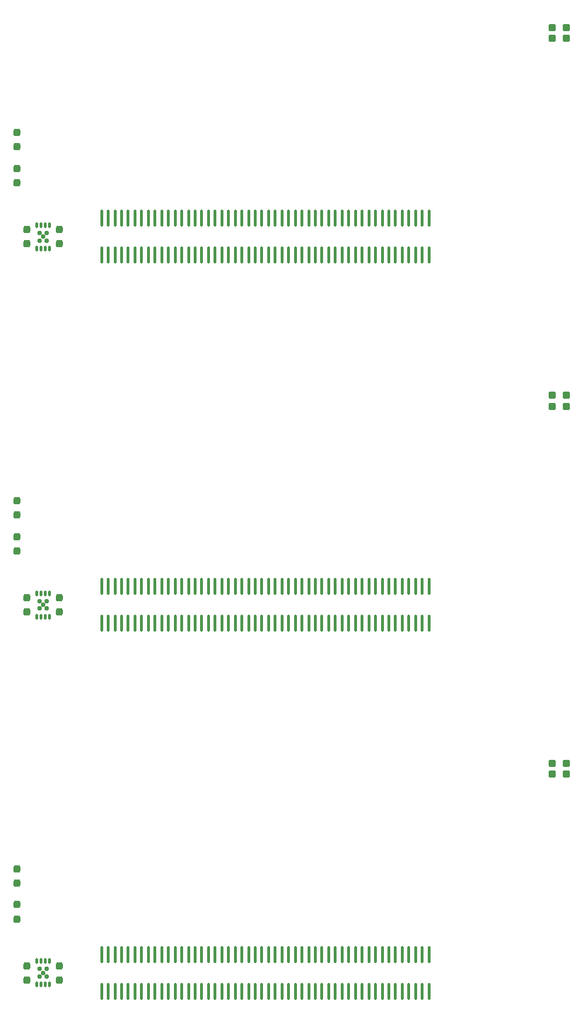
<source format=gtp>
G04 #@! TF.GenerationSoftware,KiCad,Pcbnew,8.0.6*
G04 #@! TF.CreationDate,2024-11-07T02:27:03-08:00*
G04 #@! TF.ProjectId,hvd-68-hd-panel,6876642d-3638-42d6-9864-2d70616e656c,1*
G04 #@! TF.SameCoordinates,Original*
G04 #@! TF.FileFunction,Paste,Top*
G04 #@! TF.FilePolarity,Positive*
%FSLAX46Y46*%
G04 Gerber Fmt 4.6, Leading zero omitted, Abs format (unit mm)*
G04 Created by KiCad (PCBNEW 8.0.6) date 2024-11-07 02:27:03*
%MOMM*%
%LPD*%
G01*
G04 APERTURE LIST*
G04 Aperture macros list*
%AMRoundRect*
0 Rectangle with rounded corners*
0 $1 Rounding radius*
0 $2 $3 $4 $5 $6 $7 $8 $9 X,Y pos of 4 corners*
0 Add a 4 corners polygon primitive as box body*
4,1,4,$2,$3,$4,$5,$6,$7,$8,$9,$2,$3,0*
0 Add four circle primitives for the rounded corners*
1,1,$1+$1,$2,$3*
1,1,$1+$1,$4,$5*
1,1,$1+$1,$6,$7*
1,1,$1+$1,$8,$9*
0 Add four rect primitives between the rounded corners*
20,1,$1+$1,$2,$3,$4,$5,0*
20,1,$1+$1,$4,$5,$6,$7,0*
20,1,$1+$1,$6,$7,$8,$9,0*
20,1,$1+$1,$8,$9,$2,$3,0*%
G04 Aperture macros list end*
%ADD10RoundRect,0.200000X0.250000X0.200000X-0.250000X0.200000X-0.250000X-0.200000X0.250000X-0.200000X0*%
%ADD11RoundRect,0.200000X-0.200000X0.250000X-0.200000X-0.250000X0.200000X-0.250000X0.200000X0.250000X0*%
%ADD12RoundRect,0.200000X0.200000X-0.250000X0.200000X0.250000X-0.200000X0.250000X-0.200000X-0.250000X0*%
%ADD13RoundRect,0.125000X0.125000X-0.125000X0.125000X0.125000X-0.125000X0.125000X-0.125000X-0.125000X0*%
%ADD14RoundRect,0.046875X0.103125X-0.253125X0.103125X0.253125X-0.103125X0.253125X-0.103125X-0.253125X0*%
%ADD15RoundRect,0.200000X-0.250000X-0.200000X0.250000X-0.200000X0.250000X0.200000X-0.250000X0.200000X0*%
%ADD16RoundRect,0.100000X0.100000X0.900000X-0.100000X0.900000X-0.100000X-0.900000X0.100000X-0.900000X0*%
G04 APERTURE END LIST*
D10*
G04 #@! TO.C,R4*
X-1450000Y122752000D03*
X-3150000Y122752000D03*
G04 #@! TD*
D11*
G04 #@! TO.C,R2*
X-67200000Y23452000D03*
X-67200000Y21752000D03*
G04 #@! TD*
D12*
G04 #@! TO.C,C1*
X-66050000Y10152000D03*
X-66050000Y11852000D03*
G04 #@! TD*
D13*
G04 #@! TO.C,U1*
X-64550000Y54552000D03*
X-63650000Y54552000D03*
X-64100000Y55002000D03*
X-64550000Y55452000D03*
X-63650000Y55452000D03*
D14*
X-64850001Y53602000D03*
X-64350000Y53602000D03*
X-63850000Y53602000D03*
X-63349999Y53602000D03*
X-63349999Y56402000D03*
X-63850000Y56402000D03*
X-64350000Y56402000D03*
X-64850001Y56402000D03*
G04 #@! TD*
D12*
G04 #@! TO.C,C1*
X-66050000Y54152000D03*
X-66050000Y55852000D03*
G04 #@! TD*
D11*
G04 #@! TO.C,R2*
X-67200000Y111452000D03*
X-67200000Y109752000D03*
G04 #@! TD*
D13*
G04 #@! TO.C,U1*
X-64550000Y10552000D03*
X-63650000Y10552000D03*
X-64100000Y11002000D03*
X-64550000Y11452000D03*
X-63650000Y11452000D03*
D14*
X-64850001Y9602000D03*
X-64350000Y9602000D03*
X-63850000Y9602000D03*
X-63349999Y9602000D03*
X-63349999Y12402000D03*
X-63850000Y12402000D03*
X-64350000Y12402000D03*
X-64850001Y12402000D03*
G04 #@! TD*
D12*
G04 #@! TO.C,R1*
X-62150000Y98152000D03*
X-62150000Y99852000D03*
G04 #@! TD*
G04 #@! TO.C,R1*
X-62150000Y10152000D03*
X-62150000Y11852000D03*
G04 #@! TD*
G04 #@! TO.C,R1*
X-62150000Y54152000D03*
X-62150000Y55852000D03*
G04 #@! TD*
D13*
G04 #@! TO.C,U1*
X-64550000Y98552000D03*
X-63650000Y98552000D03*
X-64100000Y99002000D03*
X-64550000Y99452000D03*
X-63650000Y99452000D03*
D14*
X-64850001Y97602000D03*
X-64350000Y97602000D03*
X-63850000Y97602000D03*
X-63349999Y97602000D03*
X-63349999Y100402000D03*
X-63850000Y100402000D03*
X-64350000Y100402000D03*
X-64850001Y100402000D03*
G04 #@! TD*
D12*
G04 #@! TO.C,R3*
X-67200000Y17452000D03*
X-67200000Y19152000D03*
G04 #@! TD*
G04 #@! TO.C,C1*
X-66050000Y98152000D03*
X-66050000Y99852000D03*
G04 #@! TD*
G04 #@! TO.C,R3*
X-67200000Y61452000D03*
X-67200000Y63152000D03*
G04 #@! TD*
D15*
G04 #@! TO.C,C2*
X-3150000Y124052000D03*
X-1450000Y124052000D03*
G04 #@! TD*
D10*
G04 #@! TO.C,R4*
X-1450000Y78752000D03*
X-3150000Y78752000D03*
G04 #@! TD*
D11*
G04 #@! TO.C,R2*
X-67200000Y67452000D03*
X-67200000Y65752000D03*
G04 #@! TD*
D15*
G04 #@! TO.C,C2*
X-3150000Y36052000D03*
X-1450000Y36052000D03*
G04 #@! TD*
D10*
G04 #@! TO.C,R4*
X-1450000Y34752000D03*
X-3150000Y34752000D03*
G04 #@! TD*
D15*
G04 #@! TO.C,C2*
X-3150000Y80052000D03*
X-1450000Y80052000D03*
G04 #@! TD*
D12*
G04 #@! TO.C,R3*
X-67200000Y105452000D03*
X-67200000Y107152000D03*
G04 #@! TD*
D16*
G04 #@! TO.C,J1*
X-57100000Y52802000D03*
X-57100000Y57202000D03*
X-56300000Y52802001D03*
X-56300000Y57201999D03*
X-55500000Y52802000D03*
X-55500000Y57202000D03*
X-54700001Y52802000D03*
X-54700001Y57202000D03*
X-53900000Y52802000D03*
X-53900000Y57202000D03*
X-53100000Y52802000D03*
X-53100000Y57202000D03*
X-52299999Y52802000D03*
X-52299999Y57202000D03*
X-51500000Y52802000D03*
X-51500000Y57202000D03*
X-50700000Y52802001D03*
X-50700000Y57201999D03*
X-49900000Y52802000D03*
X-49900000Y57202000D03*
X-49100000Y52802000D03*
X-49100000Y57202000D03*
X-48300000Y52802000D03*
X-48300000Y57202000D03*
X-47500000Y52802000D03*
X-47500000Y57202000D03*
X-46699999Y52802000D03*
X-46699999Y57202000D03*
X-45900000Y52802000D03*
X-45900000Y57202000D03*
X-45100000Y52802001D03*
X-45100000Y57201999D03*
X-44300000Y52802000D03*
X-44300000Y57202000D03*
X-43500000Y52802000D03*
X-43500000Y57202000D03*
X-42700000Y52802000D03*
X-42700000Y57202000D03*
X-41900000Y52802000D03*
X-41900000Y57202000D03*
X-41099999Y52802000D03*
X-41099999Y57202000D03*
X-40300000Y52802000D03*
X-40300000Y57202000D03*
X-39500000Y52802001D03*
X-39500000Y57201999D03*
X-38700000Y52802000D03*
X-38700000Y57202000D03*
X-37900000Y52802000D03*
X-37900000Y57202000D03*
X-37100000Y52802000D03*
X-37100000Y57202000D03*
X-36300000Y52802000D03*
X-36300000Y57202000D03*
X-35500000Y52802001D03*
X-35500000Y57201999D03*
X-34700000Y52802000D03*
X-34700000Y57202000D03*
X-33900001Y52802000D03*
X-33900001Y57202000D03*
X-33100000Y52802000D03*
X-33100000Y57202000D03*
X-32300000Y52802000D03*
X-32300000Y57202000D03*
X-31500000Y52802000D03*
X-31500000Y57202000D03*
X-30700000Y52802000D03*
X-30700000Y57202000D03*
X-29900000Y52802001D03*
X-29900000Y57201999D03*
X-29100000Y52802000D03*
X-29100000Y57202000D03*
X-28300001Y52802000D03*
X-28300001Y57202000D03*
X-27500000Y52802000D03*
X-27500000Y57202000D03*
X-26700000Y52802000D03*
X-26700000Y57202000D03*
X-25900000Y52802000D03*
X-25900000Y57202000D03*
X-25100000Y52802000D03*
X-25100000Y57202000D03*
X-24300000Y52802001D03*
X-24300000Y57201999D03*
X-23500000Y52802000D03*
X-23500000Y57202000D03*
X-22700001Y52802000D03*
X-22700001Y57202000D03*
X-21900000Y52802000D03*
X-21900000Y57202000D03*
X-21100000Y52802000D03*
X-21100000Y57202000D03*
X-20299999Y52802000D03*
X-20299999Y57202000D03*
X-19500000Y52802000D03*
X-19500000Y57202000D03*
X-18700000Y52802001D03*
X-18700000Y57201999D03*
X-17900000Y52802000D03*
X-17900000Y57202000D03*
G04 #@! TD*
G04 #@! TO.C,J1*
X-57100000Y8802000D03*
X-57100000Y13202000D03*
X-56300000Y8802001D03*
X-56300000Y13201999D03*
X-55500000Y8802000D03*
X-55500000Y13202000D03*
X-54700001Y8802000D03*
X-54700001Y13202000D03*
X-53900000Y8802000D03*
X-53900000Y13202000D03*
X-53100000Y8802000D03*
X-53100000Y13202000D03*
X-52299999Y8802000D03*
X-52299999Y13202000D03*
X-51500000Y8802000D03*
X-51500000Y13202000D03*
X-50700000Y8802001D03*
X-50700000Y13201999D03*
X-49900000Y8802000D03*
X-49900000Y13202000D03*
X-49100000Y8802000D03*
X-49100000Y13202000D03*
X-48300000Y8802000D03*
X-48300000Y13202000D03*
X-47500000Y8802000D03*
X-47500000Y13202000D03*
X-46699999Y8802000D03*
X-46699999Y13202000D03*
X-45900000Y8802000D03*
X-45900000Y13202000D03*
X-45100000Y8802001D03*
X-45100000Y13201999D03*
X-44300000Y8802000D03*
X-44300000Y13202000D03*
X-43500000Y8802000D03*
X-43500000Y13202000D03*
X-42700000Y8802000D03*
X-42700000Y13202000D03*
X-41900000Y8802000D03*
X-41900000Y13202000D03*
X-41099999Y8802000D03*
X-41099999Y13202000D03*
X-40300000Y8802000D03*
X-40300000Y13202000D03*
X-39500000Y8802001D03*
X-39500000Y13201999D03*
X-38700000Y8802000D03*
X-38700000Y13202000D03*
X-37900000Y8802000D03*
X-37900000Y13202000D03*
X-37100000Y8802000D03*
X-37100000Y13202000D03*
X-36300000Y8802000D03*
X-36300000Y13202000D03*
X-35500000Y8802001D03*
X-35500000Y13201999D03*
X-34700000Y8802000D03*
X-34700000Y13202000D03*
X-33900001Y8802000D03*
X-33900001Y13202000D03*
X-33100000Y8802000D03*
X-33100000Y13202000D03*
X-32300000Y8802000D03*
X-32300000Y13202000D03*
X-31500000Y8802000D03*
X-31500000Y13202000D03*
X-30700000Y8802000D03*
X-30700000Y13202000D03*
X-29900000Y8802001D03*
X-29900000Y13201999D03*
X-29100000Y8802000D03*
X-29100000Y13202000D03*
X-28300001Y8802000D03*
X-28300001Y13202000D03*
X-27500000Y8802000D03*
X-27500000Y13202000D03*
X-26700000Y8802000D03*
X-26700000Y13202000D03*
X-25900000Y8802000D03*
X-25900000Y13202000D03*
X-25100000Y8802000D03*
X-25100000Y13202000D03*
X-24300000Y8802001D03*
X-24300000Y13201999D03*
X-23500000Y8802000D03*
X-23500000Y13202000D03*
X-22700001Y8802000D03*
X-22700001Y13202000D03*
X-21900000Y8802000D03*
X-21900000Y13202000D03*
X-21100000Y8802000D03*
X-21100000Y13202000D03*
X-20299999Y8802000D03*
X-20299999Y13202000D03*
X-19500000Y8802000D03*
X-19500000Y13202000D03*
X-18700000Y8802001D03*
X-18700000Y13201999D03*
X-17900000Y8802000D03*
X-17900000Y13202000D03*
G04 #@! TD*
G04 #@! TO.C,J1*
X-57100000Y96802000D03*
X-57100000Y101202000D03*
X-56300000Y96802001D03*
X-56300000Y101201999D03*
X-55500000Y96802000D03*
X-55500000Y101202000D03*
X-54700001Y96802000D03*
X-54700001Y101202000D03*
X-53900000Y96802000D03*
X-53900000Y101202000D03*
X-53100000Y96802000D03*
X-53100000Y101202000D03*
X-52299999Y96802000D03*
X-52299999Y101202000D03*
X-51500000Y96802000D03*
X-51500000Y101202000D03*
X-50700000Y96802001D03*
X-50700000Y101201999D03*
X-49900000Y96802000D03*
X-49900000Y101202000D03*
X-49100000Y96802000D03*
X-49100000Y101202000D03*
X-48300000Y96802000D03*
X-48300000Y101202000D03*
X-47500000Y96802000D03*
X-47500000Y101202000D03*
X-46699999Y96802000D03*
X-46699999Y101202000D03*
X-45900000Y96802000D03*
X-45900000Y101202000D03*
X-45100000Y96802001D03*
X-45100000Y101201999D03*
X-44300000Y96802000D03*
X-44300000Y101202000D03*
X-43500000Y96802000D03*
X-43500000Y101202000D03*
X-42700000Y96802000D03*
X-42700000Y101202000D03*
X-41900000Y96802000D03*
X-41900000Y101202000D03*
X-41099999Y96802000D03*
X-41099999Y101202000D03*
X-40300000Y96802000D03*
X-40300000Y101202000D03*
X-39500000Y96802001D03*
X-39500000Y101201999D03*
X-38700000Y96802000D03*
X-38700000Y101202000D03*
X-37900000Y96802000D03*
X-37900000Y101202000D03*
X-37100000Y96802000D03*
X-37100000Y101202000D03*
X-36300000Y96802000D03*
X-36300000Y101202000D03*
X-35500000Y96802001D03*
X-35500000Y101201999D03*
X-34700000Y96802000D03*
X-34700000Y101202000D03*
X-33900001Y96802000D03*
X-33900001Y101202000D03*
X-33100000Y96802000D03*
X-33100000Y101202000D03*
X-32300000Y96802000D03*
X-32300000Y101202000D03*
X-31500000Y96802000D03*
X-31500000Y101202000D03*
X-30700000Y96802000D03*
X-30700000Y101202000D03*
X-29900000Y96802001D03*
X-29900000Y101201999D03*
X-29100000Y96802000D03*
X-29100000Y101202000D03*
X-28300001Y96802000D03*
X-28300001Y101202000D03*
X-27500000Y96802000D03*
X-27500000Y101202000D03*
X-26700000Y96802000D03*
X-26700000Y101202000D03*
X-25900000Y96802000D03*
X-25900000Y101202000D03*
X-25100000Y96802000D03*
X-25100000Y101202000D03*
X-24300000Y96802001D03*
X-24300000Y101201999D03*
X-23500000Y96802000D03*
X-23500000Y101202000D03*
X-22700001Y96802000D03*
X-22700001Y101202000D03*
X-21900000Y96802000D03*
X-21900000Y101202000D03*
X-21100000Y96802000D03*
X-21100000Y101202000D03*
X-20299999Y96802000D03*
X-20299999Y101202000D03*
X-19500000Y96802000D03*
X-19500000Y101202000D03*
X-18700000Y96802001D03*
X-18700000Y101201999D03*
X-17900000Y96802000D03*
X-17900000Y101202000D03*
G04 #@! TD*
M02*

</source>
